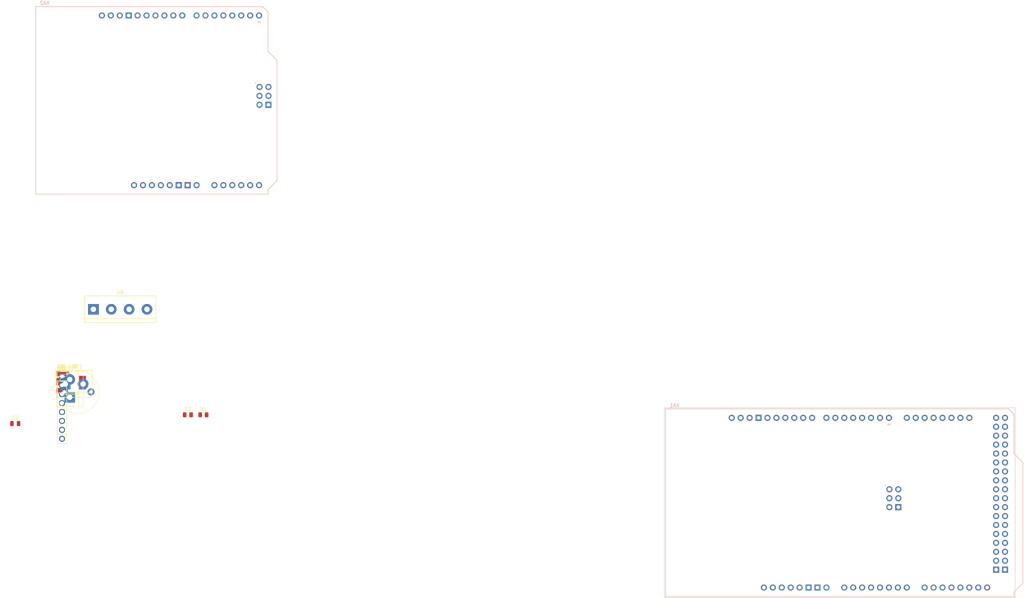
<source format=kicad_pcb>
(kicad_pcb (version 20211014) (generator pcbnew)
  (title_block (date "mar. 31 mars 2015"))
  (layers (0 "F.Cu" signal) (31 "B.Cu" signal) (34 "B.Paste" user) (35 "F.Paste" user) (36 "B.SilkS" user "B.Silkscreen") (37 "F.SilkS" user "F.Silkscreen") (38 "B.Mask" user) (39 "F.Mask" user) (44 "Edge.Cuts" user))
  (net 0 "")
  (net 1 "GND")
  (net 2 "+5V")
  (net 3 "V_BAT")
  (net 4 "V_BAT_MEAS")
  (net 16 "OLED_RST")
  (net 17 "Net-(D1-Pad1)")
  (net 18 "Net-(D1-Pad2)")
  (net 19 "+12V")
  (net 20 "I_MEAS")
  (net 31 "Net-(Q1-Pad2)")
  (net 32 "R_EN")
  (net 33 "R_FORWARD")
  (net 34 "R_REVERSE")
  (net 35 "L_EN")
  (net 36 "L_FORWARD")
  (net 37 "L_REVERSE")
  (net 38 "R_ENCODER_B")
  (net 39 "+3V3")
  (net 40 "I2C_SCL")
  (net 41 "I2C_SDA")
  (net 50 "R_ENCODER_A")
  (net 51 "L_ENCODER_B")
  (net 52 "L_ENCODER_A")
  (net 129 "Net-(D3-Pad2)")
  (net 131 "Net-(R12-Pad2)")
  (net 140 "HW_VERSION")
  (net 141 "RX")
  (net 142 "TX")
  (footprint "Connector_PinSocket_2.54mm:PinSocket_1x08_P2.54mm_Vertical" (layer "F.Cu") (at -66.79 59.8)
    (fp_text reference "U7" (at 0 -2.77) (layer "F.SilkS"))
    (fp_text value "MPU-6050_Module")
    (pad "1" thru_hole rect (at 0 0) (size 1.7 1.7) (drill 1) (layers *.Cu *.Mask) (net 39 "+3V3"))
    (pad "2" thru_hole oval (at 0 2.54) (size 1.7 1.7) (drill 1) (layers *.Cu *.Mask) (net 16 "OLED_RST"))
    (pad "3" thru_hole oval (at 0 5.08) (size 1.7 1.7) (drill 1) (layers *.Cu *.Mask) (net 40 "I2C_SCL"))
    (pad "4" thru_hole oval (at 0 7.62) (size 1.7 1.7) (drill 1) (layers *.Cu *.Mask) (net 41 "I2C_SDA"))
    (pad "5" thru_hole oval (at 0 10.16) (size 1.7 1.7) (drill 1) (layers *.Cu *.Mask))
    (pad "6" thru_hole oval (at 0 12.7) (size 1.7 1.7) (drill 1) (layers *.Cu *.Mask))
    (pad "7" thru_hole oval (at 0 15.24) (size 1.7 1.7) (drill 1) (layers *.Cu *.Mask))
    (pad "8" thru_hole oval (at 0 17.78) (size 1.7 1.7) (drill 1) (layers *.Cu *.Mask))
  )
  (footprint "Resistor_SMD:R_0805_2012Metric" (layer "F.Cu") (at -26.59 70.75)
    (fp_text reference "R1" (at 0 -1.65) (layer "F.SilkS"))
    (fp_text value "R")
    (pad "1" smd roundrect (at -0.9125 0) (size 1.025 1.4) (layers "F.Cu" "F.Paste" "F.Mask") (roundrect_rratio 0.243902))
    (pad "2" smd roundrect (at 0.9125 0) (size 1.025 1.4) (layers "F.Cu" "F.Paste" "F.Mask") (roundrect_rratio 0.243902))
  )
  (footprint "Resistor_SMD:R_0805_2012Metric" (layer "F.Cu") (at -66.91 58.95)
    (fp_text reference "R5" (at 0 -1.65) (layer "F.SilkS"))
    (fp_text value "9.1K")
    (pad "1" smd roundrect (at -0.9125 0) (size 1.025 1.4) (layers "F.Cu" "F.Paste" "F.Mask") (roundrect_rratio 0.243902) (net 3 "V_BAT"))
    (pad "2" smd roundrect (at 0.9125 0) (size 1.025 1.4) (layers "F.Cu" "F.Paste" "F.Mask") (roundrect_rratio 0.243902) (net 4 "V_BAT_MEAS"))
  )
  (footprint "Diode_SMD:D_0805_2012Metric" (layer "F.Cu") (at -66.87 58.995)
    (fp_text reference "D2" (at 0 -1.65) (layer "F.SilkS"))
    (fp_text value "4.7V")
    (pad "1" smd roundrect (at -0.9375 0) (size 0.975 1.4) (layers "F.Cu" "F.Paste" "F.Mask") (net 4 "V_BAT_MEAS"))
    (pad "2" smd roundrect (at 0.9375 0) (size 0.975 1.4) (layers "F.Cu" "F.Paste" "F.Mask") (net 16 "OLED_RST"))
  )
  (footprint "Connector_PinSocket_2.54mm:PinSocket_1x04_P2.54mm_Vertical" (layer "F.Cu") (at -66.79 59.8)
    (fp_text reference "J5" (at 0 -2.77) (layer "F.SilkS"))
    (fp_text value "RTC_I2C")
    (pad "1" thru_hole rect (at 0 0) (size 1.7 1.7) (drill 1) (layers *.Cu *.Mask) (net 40 "I2C_SCL"))
    (pad "2" thru_hole oval (at 0 2.54) (size 1.7 1.7) (drill 1) (layers *.Cu *.Mask) (net 41 "I2C_SDA"))
    (pad "3" thru_hole oval (at 0 5.08) (size 1.7 1.7) (drill 1) (layers *.Cu *.Mask))
    (pad "4" thru_hole oval (at 0 7.62) (size 1.7 1.7) (drill 1) (layers *.Cu *.Mask) (net 16 "OLED_RST"))
  )
  (footprint "Connector_PinSocket_2.54mm:PinSocket_1x04_P2.54mm_Vertical" (layer "F.Cu") (at -66.79 59.8)
    (fp_text reference "J2" (at 0 -2.77) (layer "F.SilkS"))
    (fp_text value "Conn_01x04")
    (pad "1" thru_hole rect (at 0 0) (size 1.7 1.7) (drill 1) (layers *.Cu *.Mask))
    (pad "2" thru_hole oval (at 0 2.54) (size 1.7 1.7) (drill 1) (layers *.Cu *.Mask))
    (pad "3" thru_hole oval (at 0 5.08) (size 1.7 1.7) (drill 1) (layers *.Cu *.Mask))
    (pad "4" thru_hole oval (at 0 7.62) (size 1.7 1.7) (drill 1) (layers *.Cu *.Mask))
  )
  (footprint "Resistor_SMD:R_0805_2012Metric" (layer "F.Cu") (at -66.91 58.95)
    (fp_text reference "R9" (at 0 -1.65) (layer "F.SilkS"))
    (fp_text value "R")
    (pad "1" smd roundrect (at -0.9125 0) (size 1.025 1.4) (layers "F.Cu" "F.Paste" "F.Mask") (roundrect_rratio 0.243902) (net 19 "+12V"))
    (pad "2" smd roundrect (at 0.9125 0) (size 1.025 1.4) (layers "F.Cu" "F.Paste" "F.Mask") (roundrect_rratio 0.243902) (net 129 "Net-(D3-Pad2)"))
  )
  (footprint "Resistor_SMD:R_0805_2012Metric" (layer "F.Cu") (at -66.91 58.95)
    (fp_text reference "R10" (at 0 -1.65) (layer "F.SilkS"))
    (fp_text value "10k")
    (pad "1" smd roundrect (at -0.9125 0) (size 1.025 1.4) (layers "F.Cu" "F.Paste" "F.Mask") (roundrect_rratio 0.243902) (net 39 "+3V3"))
    (pad "2" smd roundrect (at 0.9125 0) (size 1.025 1.4) (layers "F.Cu" "F.Paste" "F.Mask") (roundrect_rratio 0.243902) (net 41 "I2C_SDA"))
  )
  (footprint "Capacitor_SMD:C_0805_2012Metric" (layer "F.Cu") (at -66.89 58.98)
    (fp_text reference "C2" (at 0 -1.68) (layer "F.SilkS"))
    (fp_text value "100nF/10V")
    (pad "1" smd roundrect (at -0.95 0) (size 1 1.45) (layers "F.Cu" "F.Paste" "F.Mask") (net 4 "V_BAT_MEAS"))
    (pad "2" smd roundrect (at 0.95 0) (size 1 1.45) (layers "F.Cu" "F.Paste" "F.Mask") (net 16 "OLED_RST"))
  )
  (footprint "Capacitor_SMD:C_0805_2012Metric" (layer "F.Cu") (at -66.89 58.98)
    (fp_text reference "C1" (at 0 -1.68) (layer "F.SilkS"))
    (fp_text value "100nF/10V")
    (pad "1" smd roundrect (at -0.95 0) (size 1 1.45) (layers "F.Cu" "F.Paste" "F.Mask") (net 2 "+5V"))
    (pad "2" smd roundrect (at 0.95 0) (size 1 1.45) (layers "F.Cu" "F.Paste" "F.Mask") (net 16 "OLED_RST"))
  )
  (footprint "Arduino_Library:Arduino_Uno_Shield" (layer "F.Cu") (at -74.25 8)
    (fp_text reference "XA2" (at 2.54 -54.356) (layer "B.SilkS") (effects (justify mirror)))
    (fp_text value "Arduino_Uno_Shield")
    (fp_text user "." (at 62.484 -32.004) (layer "B.SilkS"))
    (fp_text user "D0" (at 63.5 -48.895 unlocked) (layer "B.SilkS") (effects (font (size 0.5 0.5) (thickness 0.075)) (justify mirror)))
    (fp_text user "D0" (at 63.5 -48.895 unlocked) (layer "F.SilkS") (effects (font (size 0.5 0.5) (thickness 0.075))))
    (fp_text user "." (at 62.484 -32.004) (layer "F.SilkS"))
    (pad "" np_thru_hole circle (at 66.04 -35.56) (size 3.2 3.2) (drill 3.2) (layers *.Cu *.Mask))
    (pad "" np_thru_hole circle (at 66.04 -7.62) (size 3.2 3.2) (drill 3.2) (layers *.Cu *.Mask))
    (pad "" np_thru_hole circle (at 13.97 -2.54) (size 3.2 3.2) (drill 3.2) (layers *.Cu *.Mask))
    (pad "" thru_hole oval (at 27.94 -2.54) (size 1.7272 1.7272) (drill 1.016) (layers *.Cu *.Mask))
    (pad "" np_thru_hole circle (at 15.24 -50.8) (size 3.2 3.2) (drill 3.2) (layers *.Cu *.Mask))
    (pad "3V3" thru_hole oval (at 35.56 -2.54) (size 1.7272 1.7272) (drill 1.016) (layers *.Cu *.Mask))
    (pad "5V1" thru_hole oval (at 38.1 -2.54) (size 1.7272 1.7272) (drill 1.016) (layers *.Cu *.Mask))
    (pad "5V2" thru_hole oval (at 66.167 -30.48) (size 1.7272 1.7272) (drill 1.016) (layers *.Cu *.Mask))
    (pad "A0" thru_hole oval (at 50.8 -2.54) (size 1.7272 1.7272) (drill 1.016) (layers *.Cu *.Mask))
    (pad "A1" thru_hole oval (at 53.34 -2.54) (size 1.7272 1.7272) (drill 1.016) (layers *.Cu *.Mask))
    (pad "A2" thru_hole oval (at 55.88 -2.54) (size 1.7272 1.7272) (drill 1.016) (layers *.Cu *.Mask))
    (pad "A3" thru_hole oval (at 58.42 -2.54) (size 1.7272 1.7272) (drill 1.016) (layers *.Cu *.Mask))
    (pad "A4" thru_hole oval (at 60.96 -2.54) (size 1.7272 1.7272) (drill 1.016) (layers *.Cu *.Mask))
    (pad "A5" thru_hole oval (at 63.5 -2.54) (size 1.7272 1.7272) (drill 1.016) (layers *.Cu *.Mask))
    (pad "AREF" thru_hole oval (at 23.876 -50.8) (size 1.7272 1.7272) (drill 1.016) (layers *.Cu *.Mask))
    (pad "D0" thru_hole oval (at 63.5 -50.8) (size 1.7272 1.7272) (drill 1.016) (layers *.Cu *.Mask))
    (pad "D1" thru_hole oval (at 60.96 -50.8) (size 1.7272 1.7272) (drill 1.016) (layers *.Cu *.Mask))
    (pad "D2" thru_hole oval (at 58.42 -50.8) (size 1.7272 1.7272) (drill 1.016) (layers *.Cu *.Mask))
    (pad "D3" thru_hole oval (at 55.88 -50.8) (size 1.7272 1.7272) (drill 1.016) (layers *.Cu *.Mask))
    (pad "D4" thru_hole oval (at 53.34 -50.8) (size 1.7272 1.7272) (drill 1.016) (layers *.Cu *.Mask))
    (pad "D5" thru_hole oval (at 50.8 -50.8) (size 1.7272 1.7272) (drill 1.016) (layers *.Cu *.Mask))
    (pad "D6" thru_hole oval (at 48.26 -50.8) (size 1.7272 1.7272) (drill 1.016) (layers *.Cu *.Mask))
    (pad "D7" thru_hole oval (at 45.72 -50.8) (size 1.7272 1.7272) (drill 1.016) (layers *.Cu *.Mask))
    (pad "D8" thru_hole oval (at 41.656 -50.8) (size 1.7272 1.7272) (drill 1.016) (layers *.Cu *.Mask))
    (pad "D9" thru_hole oval (at 39.116 -50.8) (size 1.7272 1.7272) (drill 1.016) (layers *.Cu *.Mask))
    (pad "D10" thru_hole oval (at 36.576 -50.8) (size 1.7272 1.7272) (drill 1.016) (layers *.Cu *.Mask))
    (pad "D11" thru_hole oval (at 34.036 -50.8) (size 1.7272 1.7272) (drill 1.016) (layers *.Cu *.Mask))
    (pad "D12" thru_hole oval (at 31.496 -50.8) (size 1.7272 1.7272) (drill 1.016) (layers *.Cu *.Mask))
    (pad "D13" thru_hole oval (at 28.956 -50.8) (size 1.7272 1.7272) (drill 1.016) (layers *.Cu *.Mask))
    (pad "GND1" thru_hole rect (at 26.416 -50.8) (size 1.7272 1.7272) (drill 1.016) (layers *.Cu *.Mask))
    (pad "GND2" thru_hole rect (at 40.64 -2.54) (size 1.7272 1.7272) (drill 1.016) (layers *.Cu *.Mask))
    (pad "GND3" thru_hole rect (at 43.18 -2.54) (size 1.7272 1.7272) (drill 1.016) (layers *.Cu *.Mask))
    (pad "GND4" thru_hole rect (at 66.167 -25.4) (size 1.7272 1.7272) (drill 1.016) (layers *.Cu *.Mask))
    (pad "IORF" thru_hole oval (at 30.48 -2.54) (size 1.7272 1.7272) (drill 1.016) (layers *.Cu *.Mask))
    (pad "MISO" thru_hole oval (at 63.627 -30.48) (size 1.7272 1.7272) (drill 1.016) (layers *.Cu *.Mask))
    (pad "MOSI" thru_hole oval (at 66.167 -27.94) (size 1.7272 1.7272) (drill 1.016) (layers *.Cu *.Mask))
    (pad "RST1" thru_hole oval (at 33.02 -2.54) (size 1.7272 1.7272) (drill 1.016) (layers *.Cu *.Mask))
    (pad "RST2" thru_hole oval (at 63.627 -25.4) (size 1.7272 1.7272) (drill 1.016) (layers *.Cu *.Mask))
    (pad "SCK" thru_hole oval (at 63.627 -27.94) (size 1.7272 1.7272) (drill 1.016) (layers *.Cu *.Mask))
    (pad "SCL" thru_hole oval (at 18.796 -50.8) (size 1.7272 1.7272) (drill 1.016) (layers *.Cu *.Mask))
    (pad "SDA" thru_hole oval (at 21.336 -50.8) (size 1.7272 1.7272) (drill 1.016) (layers *.Cu *.Mask))
    (pad "VIN" thru_hole oval (at 45.72 -2.54) (size 1.7272 1.7272) (drill 1.016) (layers *.Cu *.Mask))
  )
  (footprint "Resistor_SMD:R_0805_2012Metric" (layer "F.Cu") (at -66.91 58.95)
    (fp_text reference "R8" (at 0 -1.65) (layer "F.SilkS"))
    (fp_text value "33k")
    (pad "1" smd roundrect (at -0.9125 0) (size 1.025 1.4) (layers "F.Cu" "F.Paste" "F.Mask") (roundrect_rratio 0.243902) (net 20 "I_MEAS"))
    (pad "2" smd roundrect (at 0.9125 0) (size 1.025 1.4) (layers "F.Cu" "F.Paste" "F.Mask") (roundrect_rratio 0.243902) (net 16 "OLED_RST"))
  )
  (footprint "TerminalBlock:TerminalBlock_bornier-4_P5.08mm" (layer "F.Cu") (at -57.87 40.75)
    (fp_text reference "U5" (at 7.6 -4.8) (layer "F.SilkS"))
    (fp_text value "CPR_Encoder_L")
    (pad "1" thru_hole rect (at 0 0) (size 3 3) (drill 1.52) (layers *.Cu *.Mask) (net 2 "+5V"))
    (pad "2" thru_hole circle (at 5.08 0) (size 3 3) (drill 1.52) (layers *.Cu *.Mask) (net 16 "OLED_RST"))
    (pad "3" thru_hole circle (at 10.16 0) (size 3 3) (drill 1.52) (layers *.Cu *.Mask) (net 51 "L_ENCODER_B"))
    (pad "4" thru_hole circle (at 15.24 0) (size 3 3) (drill 1.52) (layers *.Cu *.Mask) (net 52 "L_ENCODER_A"))
  )
  (footprint "Capacitor_SMD:C_0805_2012Metric" (layer "F.Cu") (at -66.89 58.98)
    (fp_text reference "C7" (at 0 -1.68) (layer "F.SilkS"))
    (fp_text value "1uF")
    (pad "1" smd roundrect (at -0.95 0) (size 1 1.45) (layers "F.Cu" "F.Paste" "F.Mask"))
    (pad "2" smd roundrect (at 0.95 0) (size 1 1.45) (layers "F.Cu" "F.Paste" "F.Mask"))
  )
  (footprint "Package_TO_SOT_SMD:SOT-223" (layer "F.Cu") (at -64.19 61.6)
    (fp_text reference "U6" (at 0 -4.5) (layer "F.SilkS"))
    (fp_text value "uA7805")
    (pad "1" smd rect (at -3.15 -2.3) (size 2 1.5) (layers "F.Cu" "F.Paste" "F.Mask") (net 19 "+12V"))
    (pad "2" smd rect (at -3.15 0) (size 2 1.5) (layers "F.Cu" "F.Paste" "F.Mask") (net 16 "OLED_RST"))
    (pad "3" smd rect (at -3.15 2.3) (size 2 1.5) (layers "F.Cu" "F.Paste" "F.Mask") (net 2 "+5V"))
    (pad "4" smd rect (at 3.15 0) (size 2 3.8) (layers "F.Cu" "F.Paste" "F.Mask") (net 16 "OLED_RST"))
  )
  (footprint "LED_SMD:LED_0805_2012Metric" (layer "F.Cu") (at -66.87 58.995)
    (fp_text reference "D3" (at 0 -1.65) (layer "F.SilkS"))
    (fp_text value "LED")
    (pad "1" smd roundrect (at -0.9375 0) (size 0.975 1.4) (layers "F.Cu" "F.Paste" "F.Mask") (net 16 "OLED_RST"))
    (pad "2" smd roundrect (at 0.9375 0) (size 0.975 1.4) (layers "F.Cu" "F.Paste" "F.Mask") (net 129 "Net-(D3-Pad2)"))
  )
  (footprint "Arduino_Library:Arduino_Mega2560_Shield" (layer "F.Cu") (at 104.87 122.42)
    (fp_text reference "XA1" (at 2.54 -54.356) (layer "B.SilkS") (effects (justify mirror)))
    (fp_text value "Arduino_Mega2560_Shield")
    (fp_text user "D0" (at 63.5 -48.895 unlocked) (layer "B.SilkS") (effects (font (size 0.5 0.5) (thickness 0.075)) (justify mirror)))
    (fp_text user "." (at 62.484 -32.004) (layer "B.SilkS"))
    (fp_text user "." (at 62.484 -32.004) (layer "F.SilkS"))
    (fp_text user "D0" (at 63.5 -48.895 unlocked) (layer "F.SilkS") (effects (font (size 0.5 0.5) (thickness 0.075))))
    (pad "" thru_hole oval (at 27.94 -2.54) (size 1.7272 1.7272) (drill 1.016) (layers *.Cu *.Mask))
    (pad "3V3" thru_hole oval (at 35.56 -2.54) (size 1.7272 1.7272) (drill 1.016) (layers *.Cu *.Mask) (net 39 "+3V3"))
    (pad "5V1" thru_hole oval (at 38.1 -2.54) (size 1.7272 1.7272) (drill 1.016) (layers *.Cu *.Mask) (net 2 "+5V"))
    (pad "5V2" thru_hole oval (at 66.167 -30.48) (size 1.7272 1.7272) (drill 1.016) (layers *.Cu *.Mask))
    (pad "5V3" thru_hole oval (at 93.98 -50.8) (size 1.7272 1.7272) (drill 1.016) (layers *.Cu *.Mask))
    (pad "5V4" thru_hole oval (at 96.52 -50.8) (size 1.7272 1.7272) (drill 1.016) (layers *.Cu *.Mask))
    (pad "A0" thru_hole oval (at 50.8 -2.54) (size 1.7272 1.7272) (drill 1.016) (layers *.Cu *.Mask))
    (pad "A1" thru_hole oval (at 53.34 -2.54) (size 1.7272 1.7272) (drill 1.016) (layers *.Cu *.Mask) (net 4 "V_BAT_MEAS"))
    (pad "A2" thru_hole oval (at 55.88 -2.54) (size 1.7272 1.7272) (drill 1.016) (layers *.Cu *.Mask) (net 20 "I_MEAS"))
    (pad "A3" thru_hole oval (at 58.42 -2.54) (size 1.7272 1.7272) (drill 1.016) (layers *.Cu *.Mask) (net 140 "HW_VERSION"))
    (pad "A4" thru_hole oval (at 60.96 -2.54) (size 1.7272 1.7272) (drill 1.016) (layers *.Cu *.Mask))
    (pad "A5" thru_hole oval (at 63.5 -2.54) (size 1.7272 1.7272) (drill 1.016) (layers *.Cu *.Mask))
    (pad "A6" thru_hole oval (at 66.04 -2.54) (size 1.7272 1.7272) (drill 1.016) (layers *.Cu *.Mask))
    (pad "A7" thru_hole oval (at 68.58 -2.54) (size 1.7272 1.7272) (drill 1.016) (layers *.Cu *.Mask))
    (pad "A8" thru_hole oval (at 73.66 -2.54) (size 1.7272 1.7272) (drill 1.016) (layers *.Cu *.Mask))
    (pad "A9" thru_hole oval (at 76.2 -2.54) (size 1.7272 1.7272) (drill 1.016) (layers *.Cu *.Mask))
    (pad "A10" thru_hole oval (at 78.74 -2.54) (size 1.7272 1.7272) (drill 1.016) (layers *.Cu *.Mask))
    (pad "A11" thru_hole oval (at 81.28 -2.54) (size 1.7272 1.7272) (drill 1.016) (layers *.Cu *.Mask))
    (pad "A12" thru_hole oval (at 83.82 -2.54) (size 1.7272 1.7272) (drill 1.016) (layers *.Cu *.Mask))
    (pad "A13" thru_hole oval (at 86.36 -2.54) (size 1.7272 1.7272) (drill 1.016) (layers *.Cu *.Mask))
    (pad "A14" thru_hole oval (at 88.9 -2.54) (size 1.7272 1.7272) (drill 1.016) (layers *.Cu *.Mask))
    (pad "A15" thru_hole oval (at 91.44 -2.54) (size 1.7272 1.7272) (drill 1.016) (layers *.Cu *.Mask))
    (pad "AREF" thru_hole oval (at 23.876 -50.8) (size 1.7272 1.7272) (drill 1.016) (layers *.Cu *.Mask))
    (pad "D0" thru_hole oval (at 63.5 -50.8) (size 1.7272 1.7272) (drill 1.016) (layers *.Cu *.Mask) (net 141 "RX"))
    (pad "D1" thru_hole oval (at 60.96 -50.8) (size 1.7272 1.7272) (drill 1.016) (layers *.Cu *.Mask) (net 142 "TX"))
    (pad "D2" thru_hole oval (at 58.42 -50.8) (size 1.7272 1.7272) (drill 1.016) (layers *.Cu *.Mask))
    (pad "D3" thru_hole oval (at 55.88 -50.8) (size 1.7272 1.7272) (drill 1.016) (layers *.Cu *.Mask))
    (pad "D4" thru_hole oval (at 53.34 -50.8) (size 1.7272 1.7272) (drill 1.016) (layers *.Cu *.Mask))
    (pad "D5" thru_hole oval (at 50.8 -50.8) (size 1.7272 1.7272) (drill 1.016) (layers *.Cu *.Mask))
    (pad "D6" thru_hole oval (at 48.26 -50.8) (size 1.7272 1.7272) (drill 1.016) (layers *.Cu *.Mask))
    (pad "D7" thru_hole oval (at 45.72 -50.8) (size 1.7272 1.7272) (drill 1.016) (layers *.Cu *.Mask))
    (pad "D8" thru_hole oval (at 41.656 -50.8) (size 1.7272 1.7272) (drill 1.016) (layers *.Cu *.Mask))
    (pad "D9" thru_hole oval (at 39.116 -50.8) (size 1.7272 1.7272) (drill 1.016) (layers *.Cu *.Mask))
    (pad "D10" thru_hole oval (at 36.576 -50.8) (size 1.7272 1.7272) (drill 1.016) (layers *.Cu *.Mask))
    (pad "D11" thru_hole oval (at 34.036 -50.8) (size 1.7272 1.7272) (drill 1.016) (layers *.Cu *.Mask))
    (pad "D12" thru_hole oval (at 31.496 -50.8) (size 1.7272 1.7272) (drill 1.016) (layers *.Cu *.Mask))
    (pad "D13" thru_hole oval (at 28.956 -50.8) (size 1.7272 1.7272) (drill 1.016) (layers *.Cu *.Mask))
    (pad "D14" thru_hole oval (at 68.58 -50.8) (size 1.7272 1.7272) (drill 1.016) (layers *.Cu *.Mask))
    (pad "D15" thru_hole oval (at 71.12 -50.8) (size 1.7272 1.7272) (drill 1.016) (layers *.Cu *.Mask))
    (pad "D16" thru_hole oval (at 73.66 -50.8) (size 1.7272 1.7272) (drill 1.016) (layers *.Cu *.Mask))
    (pad "D17" thru_hole oval (at 76.2 -50.8) (size 1.7272 1.7272) (drill 1.016) (layers *.Cu *.Mask))
    (pad "D18" thru_hole oval (at 78.74 -50.8) (size 1.7272 1.7272) (drill 1.016) (layers *.Cu *.Mask))
    (pad "D19" thru_hole oval (at 81.28 -50.8) (size 1.7272 1.7272) (drill 1.016) (layers *.Cu *.Mask))
    (pad "D20" thru_hole oval (at 83.82 -50.8) (size 1.7272 1.7272) (drill 1.016) (layers *.Cu *.Mask))
    (pad "D21" thru_hole oval (at 86.36 -50.8) (size 1.7272 1.7272) (drill 1.016) (layers *.Cu *.Mask))
    (pad "D22" thru_hole oval (at 93.98 -48.26) (size 1.7272 1.7272) (drill 1.016) (layers *.Cu *.Mask))
    (pad "D23" thru_hole oval (at 96.52 -48.26) (size 1.7272 1.7272) (drill 1.016) (layers *.Cu *.Mask))
    (pad "D24" thru_hole oval (at 93.98 -45.72) (size 1.7272 1.7272) (drill 1.016) (layers *.Cu *.Mask))
    (pad "D25" thru_hole oval (at 96.52 -45.72) (size 1.7272 1.7272) (drill 1.016) (layers *.Cu *.Mask))
    (pad "D26" thru_hole oval (at 93.98 -43.18) (size 1.7272 1.7272) (drill 1.016) (layers *.Cu *.Mask))
    (pad "D27" thru_hole oval (at 96.52 -43.18) (size 1.7272 1.7272) (drill 1.016) (layers *.Cu *.Mask))
    (pad "D28" thru_hole oval (at 93.98 -40.64) (size 1.7272 1.7272) (drill 1.016) (layers *.Cu *.Mask))
    (pad "D29" thru_hole oval (at 96.52 -40.64) (size 1.7272 1.7272) (drill 1.016) (layers *.Cu *.Mask))
    (pad "D30" thru_hole oval (at 93.98 -38.1) (size 1.7272 1.7272) (drill 1.016) (layers *.Cu *.Mask))
    (pad "D31" thru_hole oval (at 96.52 -38.1) (size 1.7272 1.7272) (drill 1.016) (layers *.Cu *.Mask))
    (pad "D32" thru_hole oval (at 93.98 -35.56) (size 1.7272 1.7272) (drill 1.016) (layers *.Cu *.Mask))
    (pad "D33" thru_hole oval (at 96.52 -35.56) (size 1.7272 1.7272) (drill 1.016) (layers *.Cu *.Mask))
    (pad "D34" thru_hole oval (at 93.98 -33.02) (size 1.7272 1.7272) (drill 1.016) (layers *.Cu *.Mask))
    (pad "D35" thru_hole oval (at 96.52 -33.02) (size 1.7272 1.7272) (drill 1.016) (layers *.Cu *.Mask))
    (pad "D36" thru_hole oval (at 93.98 -30.48) (size 1.7272 1.7272) (drill 1.016) (layers *.Cu *.Mask))
    (pad "D37" thru_hole oval (at 96.52 -30.48) (size 1.7272 1.7272) (drill 1.016) (layers *.Cu *.Mask))
    (pad "D38" thru_hole oval (at 93.98 -27.94) (size 1.7272 1.7272) (drill 1.016) (layers *.Cu *.Mask))
    (pad "D39" thru_hole oval (at 96.52 -27.94) (size 1.7272 1.7272) (drill 1.016) (layers *.Cu *.Mask))
    (pad "D40" thru_hole oval (at 93.98 -25.4) (size 1.7272 1.7272) (drill 1.016) (layers *.Cu *.Mask))
    (pad "D41" thru_hole oval (at 96.52 -25.4) (size 1.7272 1.7272) (drill 1.016) (layers *.Cu *.Mask))
    (pad "D42" thru_hole oval (at 93.98 -22.86) (size 1.7272 1.7272) (drill 1.016) (layers *.Cu *.Mask))
    (pad "D43" thru_hole oval (at 96.52 -22.86) (size 1.7272 1.7272) (drill 1.016) (layers *.Cu *.Mask))
    (pad "D44" thru_hole oval (at 93.98 -20.32) (size 1.7272 1.7272) (drill 1.016) (layers *.Cu *.Mask))
    (pad "D45" thru_hole oval (at 96.52 -20.32) (size 1.7272 1.7272) (drill 1.016) (layers *.Cu *.Mask))
    (pad "D46" thru_hole oval (at 93.98 -17.78) (size 1.7272 1.7272) (drill 1.016) (layers *.Cu *.Mask))
    (pad "D47" thru_hole oval (at 96.52 -17.78) (size 1.7272 1.7272) (drill 1.016) (layers *.Cu *.Mask))
    (pad "D48" thru_hole oval (at 93.98 -15.24) (size 1.7272 1.7272) (drill 1.016) (layers *.Cu *.Mask))
    (pad "D49" thru_hole oval (at 96.52 -15.24) (size 1.7272 1.7272) (drill 1.016) (layers *.Cu *.Mask))
    (pad "D50" thru_hole oval (at 93.98 -12.7) (size 1.7272 1.7272) (drill 1.016) (layers *.Cu *.Mask))
    (pad "D51" thru_hole oval (at 96.52 -12.7) (size 1.7272 1.7272) (drill 1.016) (layers *.Cu *.Mask))
    (pad "D52" thru_hole oval (at 93.98 -10.16) (size 1.7272 1.7272) (drill 1.016) (layers *.Cu *.Mask))
    (pad "D53" thru_hole oval (at 96.52 -10.16) (size 1.7272 1.7272) (drill 1.016) (layers *.Cu *.Mask))
    (pad "GND1" thru_hole rect (at 26.416 -50.8) (size 1.7272 1.7272) (drill 1.016) (layers *.Cu *.Mask) (net 16 "OLED_RST"))
    (pad "GND2" thru_hole rect (at 40.64 -2.54) (size 1.7272 1.7272) (drill 1.016) (layers *.Cu *.Mask) (net 16 "OLED_RST"))
    (pad "GND3" thru_hole rect (at 43.18 -2.54) (size 1.7272 1.7272) (drill 1.016) (layers *.Cu *.Mask) (net 16 "OLED_RST"))
    (pad "GND4" thru_hole rect (at 66.167 -25.4) (size 1.7272 1.7272) (drill 1.016) (layers *.Cu *.Mask))
    (pad "GND5" thru_hole rect (at 93.98 -7.62) (size 1.7272 1.7272) (drill 1.016) (layers *.Cu *.Mask) (net 16 "OLED_RST"))
    (pad "GND6" thru_hole rect (at 96.52 -7.62) (size 1.7272 1.7272) (drill 1.016) (layers *.Cu *.Mask) (net 16 "OLED_RST"))
    (pad "IORF" thru_hole oval (at 30.48 -2.54) (size 1.7272 1.7272) (drill 1.016) (layers *.Cu *.Mask))
    (pad "MISO" thru_hole oval (at 63.627 -30.48) (size 1.7272 1.7272) (drill 1.016) (layers *.Cu *.Mask))
    (pad "MOSI" thru_hole oval (at 66.167 -27.94) (size 1.7272 1.7272) (drill 1.016) (layers *.Cu *.Mask))
    (pad "RST1" thru_hole oval (at 33.02 -2.54) (size 1.7272 1.7272) (drill 1.016) (layers *.Cu *.Mask))
    (pad "RST2" thru_hole oval (at 63.627 -25.4) (size 1.7272 1.7272) (drill 1.016) (layers *.Cu *.Mask))
    (pad "SCK" thru_hole oval (at 63.627 -27.94) (size 1.7272 1.7272) (drill 1.016) (layers *.Cu *.Mask))
    (pad "SCL" thru_hole oval (at 18.796 -50.8) (size 1.7272 1.7272) (drill 1.016) (layers *.Cu *.Mask) (net 40 "I2C_SCL"))
    (pad "SDA" thru_hole oval (at 21.336 -50.8) (size 1.7272 1.7272) (drill 1.016) (layers *.Cu *.Mask) (net 41 "I2C_SDA"))
    (pad "VIN" thru_hole oval (at 45.72 -2.54) (size 1.7272 1.7272) (drill 1.016) (layers *.Cu *.Mask) (net 131 "Net-(R12-Pad2)"))
  )
  (footprint "TerminalBlock:TerminalBlock_bornier-2_P5.08mm" (layer "F.Cu") (at -65.88 62)
    (fp_text reference "J3" (at 2.54 -5.08) (layer "F.SilkS"))
    (fp_text value "L_POWER")
    (pad "1" thru_hole rect (at 0 0) (size 3 3) (drill 1.52) (layers *.Cu *.Mask) (net 19 "+12V"))
    (pad "2" thru_hole circle (at 5.08 0) (size 3 3) (drill 1.52) (layers *.Cu *.Mask) (net 16 "OLED_RST"))
  )
  (footprint "Resistor_SMD:R_0805_2012Metric" (layer "F.Cu") (at -66.91 58.95)
    (fp_text reference "R3" (at 0 -1.65) (layer "F.SilkS"))
    (fp_text value "0R NI")
    (pad "1" smd roundrect (at -0.9125 0) (size 1.025 1.4) (layers "F.Cu" "F.Paste" "F.Mask") (roundrect_rratio 0.243902) (net 31 "Net-(Q1-Pad2)"))
    (pad "2" smd roundrect (at 0.9125 0) (size 1.025 1.4) (layers "F.Cu" "F.Paste" "F.Mask") (roundrect_rratio 0.243902) (net 17 "Net-(D1-Pad1)"))
  )
  (footprint "Capacitor_SMD:C_0805_2012Metric" (layer "F.Cu") (at -66.89 58.98)
    (fp_text reference "C6" (at 0 -1.68) (layer "F.SilkS"))
    (fp_text value "1uF")
    (pad "1" smd roundrect (at -0.95 0) (size 1 1.45) (layers "F.Cu" "F.Paste" "F.Mask"))
    (pad "2" smd roundrect (at 0.95 0) (size 1 1.45) (layers "F.Cu" "F.Paste" "F.Mask"))
  )
  (footprint "Connector_PinHeader_2.54mm:PinHeader_1x07_P2.54mm_Vertical" (layer "F.Cu") (at -66.79 59.8)
    (fp_text reference "U2" (at 0 -2.33) (layer "F.SilkS"))
    (fp_text value "TBOT_Motor_Driver_L")
    (pad "1" thru_hole rect (at 0 0) (size 1.7 1.7) (drill 1) (layers *.Cu *.Mask))
    (pad "2" thru_hole oval (at 0 2.54) (size 1.7 1.7) (drill 1) (layers *.Cu *.Mask) (net 16 "OLED_RST"))
    (pad "3" thru_hole oval (at 0 5.08) (size 1.7 1.7) (drill 1) (layers *.Cu *.Mask) (net 35 "L_EN"))
    (pad "4" thru_hole oval (at 0 7.62) (size 1.7 1.7) (drill 1) (layers *.Cu *.Mask) (net 36 "L_FORWARD"))
    (pad "5" thru_hole oval (at 0 10.16) (size 1.7 1.7) (drill 1) (layers *.Cu *.Mask) (net 37 "L_REVERSE"))
    (pad "6" thru_hole oval (at 0 12.7) (size 1.7 1.7) (drill 1) (layers *.Cu *.Mask))
    (pad "7" thru_hole oval (at 0 15.24) (size 1.7 1.7) (drill 1) (layers *.Cu *.Mask))
  )
  (footprint "Connector_PinSocket_2.54mm:PinSocket_1x04_P2.54mm_Vertical" (layer "F.Cu") (at -66.79 59.8)
    (fp_text reference "J6" (at 0 -2.77) (layer "F.SilkS"))
    (fp_text value "GP_I2C")
    (pad "1" thru_hole rect (at 0 0) (size 1.7 1.7) (drill 1) (layers *.Cu *.Mask) (net 39 "+3V3"))
    (pad "2" thru_hole oval (at 0 2.54) (size 1.7 1.7) (drill 1) (layers *.Cu *.Mask) (net 16 "OLED_RST"))
    (pad "3" thru_hole oval (at 0 5.08) (size 1.7 1.7) (drill 1) (layers *.Cu *.Mask) (net 40 "I2C_SCL"))
    (pad "4" thru_hole oval (at 0 7.62) (size 1.7 1.7) (drill 1) (layers *.Cu *.Mask) (net 41 "I2C_SDA"))
  )
  (footprint "Resistor_SMD:R_0805_2012Metric" (layer "F.Cu") (at -66.91 58.95)
    (fp_text reference "R6" (at 0 -1.65) (layer "F.SilkS"))
    (fp_text value "3.6K")
    (pad "1" smd roundrect (at -0.9125 0) (size 1.025 1.4) (layers "F.Cu" "F.Paste" "F.Mask") (roundrect_rratio 0.243902) (net 4 "V_BAT_MEAS"))
    (pad "2" smd roundrect (at 0.9125 0) (size 1.025 1.4) (layers "F.Cu" "F.Paste" "F.Mask") (roundrect_rratio 0.243902) (net 16 "OLED_RST"))
  )
  (footprint "Resistor_SMD:R_0805_2012Metric" (layer "F.Cu") (at -66.91 58.95)
    (fp_text reference "R7" (at 0 -1.65) (layer "F.SilkS"))
    (fp_text value "0.01R")
    (pad "1" smd roundrect (at -0.9125 0) (size 1.025 1.4) (layers "F.Cu" "F.Paste" "F.Mask") (roundrect_rratio 0.243902) (net 17 "Net-(D1-Pad1)"))
    (pad "2" smd roundrect (at 0.9125 0) (size 1.025 1.4) (layers "F.Cu" "F.Paste" "F.Mask") (roundrect_rratio 0.243902) (net 19 "+12V"))
  )
  (footprint "Capacitor_SMD:C_0805_2012Metric" (layer "F.Cu") (at -66.89 58.98)
    (fp_text reference "C3" (at 0 -1.68) (layer "F.SilkS"))
    (fp_text value "10uF/20V")
    (pad "1" smd roundrect (at -0.95 0) (size 1 1.45) (layers "F.Cu" "F.Paste" "F.Mask") (net 19 "+12V"))
    (pad "2" smd roundrect (at 0.95 0) (size 1 1.45) (layers "F.Cu" "F.Paste" "F.Mask") (net 16 "OLED_RST"))
  )
  (footprint "Capacitor_SMD:C_0805_2012Metric" (layer "F.Cu") (at -66.89 58.98)
    (fp_text reference "C4" (at 0 -1.68) (layer "F.SilkS"))
    (fp_text value "0.33uF/20V")
    (pad "1" smd roundrect (at -0.95 0) (size 1 1.45) (layers "F.Cu" "F.Paste" "F.Mask") (net 19 "+12V"))
    (pad "2" smd roundrect (at 0.95 0) (size 1 1.45) (layers "F.Cu" "F.Paste" "F.Mask") (net 16 "OLED_RST"))
  )
  (footprint "Resistor_SMD:R_0805_2012Metric" (layer "F.Cu") (at -31 70.75)
    (fp_text reference "R2" (at 0 -1.65) (layer "F.SilkS"))
    (fp_text value "R")
    (pad "1" smd roundrect (at -0.9125 0) (size 1.025 1.4) (layers "F.Cu" "F.Paste" "F.Mask") (roundrect_rratio 0.243902))
    (pad "2" smd roundrect (at 0.9125 0) (size 1.025 1.4) (layers "F.Cu" "F.Paste" "F.Mask") (roundrect_rratio 0.243902))
  )
  (footprint "Resistor_SMD:R_0805_2012Metric" (layer "F.Cu") (at -66.91 58.95)
    (fp_text reference "R12" (at 0 -1.65) (layer "F.SilkS"))
    (fp_text value "0R NI")
    (pad "1" smd roundrect (at -0.9125 0) (size 1.025 1.4) (layers "F.Cu" "F.Paste" "F.Mask") (roundrect_rratio 0.243902) (net 19 "+12V"))
    (pad "2" smd roundrect (at 0.9125 0) (size 1.025 1.4) (layers "F.Cu" "F.Paste" "F.Mask") (roundrect_rratio 0.243902) (net 131 "Net-(R12-Pad2)"))
  )
  (footprint "Resistor_SMD:R_0805_2012Metric" (layer "F.Cu") (at -66.91 58.95)
    (fp_text reference "R5" (at 0 -1.65) (layer "F.SilkS"))
    (fp_text value "10k")
    (pad "1" smd roundrect (at -0.9125 0) (size 1.025 1.4) (layers "F.Cu" "F.Paste" "F.Mask") (roundrect_rratio 0.243902))
    (pad "2" smd roundrect (at 0.9125 0) (size 1.025 1.4) (layers "F.Cu" "F.Paste" "F.Mask") (roundrect_rratio 0.243902))
  )
  (footprint "Connector_PinSocket_2.54mm:PinSocket_1x08_P2.54mm_Vertical" (layer "F.Cu") (at -66.79 59.8)
    (fp_text reference "U1" (at 0 -2.77) (layer "F.SilkS"))
    (fp_text value "MPU-6050_Module")
    (pad "1" thru_hole rect (at 0 0) (size 1.7 1.7) (drill 1) (layers *.Cu *.Mask))
    (pad "2" thru_hole oval (at 0 2.54) (size 1.7 1.7) (drill 1) (layers *.Cu *.Mask))
    (pad "3" thru_hole oval (at 0 5.08) (size 1.7 1.7) (drill 1) (layers *.Cu *.Mask))
    (pad "4" thru_hole oval (at 0 7.62) (size 1.7 1.7) (drill 1) (layers *.Cu *.Mask))
    (pad "5" thru_hole oval (at 0 10.16) (size 1.7 1.7) (drill 1) (layers *.Cu *.Mask))
    (pad "6" thru_hole oval (at 0 12.7) (size 1.7 1.7) (drill 1) (layers *.Cu *.Mask))
    (pad "7" thru_hole oval (at 0 15.24) (size 1.7 1.7) (drill 1) (layers *.Cu *.Mask))
    (pad "8" thru_hole oval (at 0 17.78) (size 1.7 1.7) (drill 1) (layers *.Cu *.Mask))
  )
  (footprint "Buzzer_Beeper:Buzzer_12x9.5RM7.6" (layer "F.Cu") (at -66.14 64.25)
    (fp_text reference "BZ1" (at 3.8 -7.2) (layer "F.SilkS"))
    (fp_text value "Buzzer")
    (fp_text user "+" (at -0.01 -2.54) (layer "F.SilkS"))
    (pad "1" thru_hole rect (at 0 0) (size 2 2) (drill 1) (layers *.Cu *.Mask))
    (pad "2" thru_hole circle (at 7.6 0) (size 2 2) (drill 1) (layers *.Cu *.Mask))
  )
  (footprint "Resistor_SMD:R_0805_2012Metric" (layer "F.Cu") (at -66.91 58.95)
    (fp_text reference "R11" (at 0 -1.65) (layer "F.SilkS"))
    (fp_text value "10k")
    (pad "1" smd roundrect (at -0.9125 0) (size 1.025 1.4) (layers "F.Cu" "F.Paste" "F.Mask") (roundrect_rratio 0.243902) (net 39 "+3V3"))
    (pad "2" smd roundrect (at 0.9125 0) (size 1.025 1.4) (layers "F.Cu" "F.Paste" "F.Mask") (roundrect_rratio 0.243902) (net 40 "I2C_SCL"))
  )
  (footprint "Package_TO_SOT_SMD:SOT-223-3_TabPin2" (layer "F.Cu") (at -64.19 61.6)
    (fp_text reference "Q1" (at 0 -4.5) (layer "F.SilkS"))
    (fp_text value "ZXMP3A16G")
    (pad "1" smd rect (at -3.15 -2.3) (size 2 1.5) (layers "F.Cu" "F.Paste" "F.Mask") (net 18 "Net-(D1-Pad2)"))
    (pad "2" smd rect (at 3.15 0) (size 2 3.8) (layers "F.Cu" "F.Paste" "F.Mask") (net 31 "Net-(Q1-Pad2)"))
    (pad "2" smd rect (at -3.15 0) (size 2 1.5) (layers "F.Cu" "F.Paste" "F.Mask") (net 31 "Net-(Q1-Pad2)"))
    (pad "3" smd rect (at -3.15 2.3) (size 2 1.5) (layers "F.Cu" "F.Paste" "F.Mask") (net 17 "Net-(D1-Pad1)"))
  )
  (footprint "Capacitor_SMD:C_0805_2012Metric" (layer "F.Cu") (at -80.09 73.25)
    (fp_text reference "C6" (at 0 -1.68) (layer "F.SilkS"))
    (fp_text value "100nF/20V")
    (pad "1" smd roundrect (at -0.95 0) (size 1 1.45) (layers "F.Cu" "F.Paste" "F.Mask") (net 19 "+12V"))
    (pad "2" smd roundrect (at 0.95 0) (size 1 1.45) (layers "F.Cu" "F.Paste" "F.Mask") (net 16 "OLED_RST"))
  )
  (footprint "TerminalBlock:TerminalBlock_bornier-2_P5.08mm" (layer "F.Cu") (at -65.88 62)
    (fp_text reference "J2" (at 2.54 -5.08) (layer "F.SilkS"))
    (fp_text value "R_POWER")
    (pad "1" thru_hole rect (at 0 0) (size 3 3) (drill 1.52) (layers *.Cu *.Mask) (net 19 "+12V"))
    (pad "2" thru_hole circle (at 5.08 0) (size 3 3) (drill 1.52) (layers *.Cu *.Mask) (net 16 "OLED_RST"))
  )
  (footprint "Resistor_SMD:R_0805_2012Metric" (layer "F.Cu") (at -66.91 58.95)
    (fp_text reference "R4" (at 0 -1.65) (layer "F.SilkS"))
    (fp_text value "100K")
    (pad "1" smd roundrect (at -0.9125 0) (size 1.025 1.4) (layers "F.Cu" "F.Paste" "F.Mask") (roundrect_rratio 0.243902) (net 18 "Net-(D1-Pad2)"))
    (pad "2" smd roundrect (at 0.9125 0) (size 1.025 1.4) (layers "F.Cu" "F.Paste" "F.Mask") (roundrect_rratio 0.243902) (net 16 "OLED_RST"))
  )
  (footprint "Capacitor_SMD:C_0805_2012Metric" (layer "F.Cu") (at -66.89 58.98)
    (fp_text reference "C5" (at 0 -1.68) (layer "F.SilkS"))
    (fp_text value "0.1uF/10V")
    (pad "1" smd roundrect (at -0.95 0) (size 1 1.45) (layers "F.Cu" "F.Paste" "F.Mask") (net 2 "+5V"))
    (pad "2" smd roundrect (at 0.95 0) (size 1 1.45) (layers "F.Cu" "F.Paste" "F.Mask") (net 16 "OLED_RST"))
  )
  (footprint "Connector_PinHeader_2.54mm:PinHeader_1x07_P2.54mm_Vertical" (layer "F.Cu") (at -66.79 59.8)
    (fp_text reference "U1" (at 0 -2.33) (layer "F.SilkS"))
    (fp_text value "TBOT_Motor_Driver_R")
    (pad "1" thru_hole rect (at 0 0) (size 1.7 1.7) (drill 1) (layers *.Cu *.Mask))
    (pad "2" thru_hole oval (at 0 2.54) (size 1.7 1.7) (drill 1) (layers *.Cu *.Mask) (net 16 "OLED_RST"))
    (pad "3" thru_hole oval (at 0 5.08) (size 1.7 1.7) (drill 1) (layers *.Cu *.Mask) (net 32 "R_EN"))
    (pad "4" thru_hole oval (at 0 7.62) (size 1.7 1.7) (drill 1) (layers *.Cu *.Mask) (net 33 "R_FORWARD"))
    (pad "5" thru_hole oval (at 0 10.16) (size 1.7 1.7) (drill 1) (layers *.Cu *.Mask) (net 34 "R_REVERSE"))
    (pad "6" thru_hole oval (at 0 12.7) (size 1.7 1.7) (drill 1) (layers *.Cu *.Mask))
    (pad "7" thru_hole oval (at 0 15.24) (size 1.7 1.7) (drill 1) (layers *.Cu *.Mask))
  )
  (footprint "Capacitor_SMD:C_0805_2012Metric" (layer "F.Cu") (at -66.89 58.98)
    (fp_text reference "C11" (at 0 -1.68) (layer "F.SilkS"))
    (fp_text value "100nF/10V")
    (pad "1" smd roundrect (at -0.95 0) (size 1 1.45) (layers "F.Cu" "F.Paste" "F.Mask") (net 39 "+3V3"))
    (pad "2" smd roundrect (at 0.95 0) (size 1 1.45) (layers "F.Cu" "F.Paste" "F.Mask") (net 1 "GND"))
  )
  (footprint "Connector_PinSocket_2.54mm:PinSocket_1x05_P2.54mm_Vertical" (layer "F.Cu") (at -66.79 59.8)
    (fp_text reference "J4" (at 0 -2.77) (layer "F.SilkS"))
    (fp_text value "OLED_I2C")
    (pad "1" thru_hole rect (at 0 0) (size 1.7 1.7) (drill 1) (layers *.Cu *.Mask) (net 39 "+3V3"))
    (pad "2" thru_hole oval (at 0 2.54) (size 1.7 1.7) (drill 1) (layers *.Cu *.Mask) (net 16 "OLED_RST"))
    (pad "3" thru_hole oval (at 0 5.08) (size 1.7 1.7) (drill 1) (layers *.Cu *.Mask) (net 40 "I2C_SCL"))
    (pad "4" thru_hole oval (at 0 7.62) (size 1.7 1.7) (drill 1) (layers *.Cu *.Mask) (net 41 "I2C_SDA"))
    (pad "5" thru_hole oval (at 0 10.16) (size 1.7 1.7) (drill 1) (layers *.Cu *.Mask) (net 16 "OLED_RST"))
  )
  (footprint "TerminalBlock:TerminalBlock_bornier-4_P5.08mm" (layer "F.Cu") (at -57.87 40.75)
    (fp_text reference "U4" (at 7.6 -4.8) (layer "F.SilkS"))
    (fp_text value "CPR_Encoder_R")
    (pad "1" thru_hole rect (at 0 0) (size 3 3) (drill 1.52) (layers *.Cu *.Mask) (net 2 "+5V"))
    (pad "2" thru_hole circle (at 5.08 0) (size 3 3) (drill 1.52) (layers *.Cu *.Mask) (net 16 "OLED_RST"))
    (pad "3" thru_hole circle (at 10.16 0) (size 3 3) (drill 1.52) (layers *.Cu *.Mask) (net 38 "R_ENCODER_B"))
    (pad "4" thru_hole circle (at 15.24 0) (size 3 3) (drill 1.52) (layers *.Cu *.Mask) (net 50 "R_ENCODER_A"))
  )
  (footprint "Capacitor_SMD:C_0805_2012Metric" (layer "F.Cu") (at -66.89 58.98)
    (fp_text reference "C7" (at 0 -1.68) (layer "F.SilkS"))
    (fp_text value "100nF/10V")
    (pad "1" smd roundrect (at -0.95 0) (size 1 1.45) (layers "F.Cu" "F.Paste" "F.Mask") (net 2 "+5V"))
    (pad "2" smd roundrect (at 0.95 0) (size 1 1.45) (layers "F.Cu" "F.Paste" "F.Mask") (net 16 "OLED_RST"))
  )
  (footprint "Capacitor_SMD:C_0805_2012Metric" (layer "F.Cu") (at -66.89 58.98)
    (fp_text reference "C9" (at 0 -1.68) (layer "F.SilkS"))
    (fp_text value "1uF")
    (pad "1" smd roundrect (at -0.95 0) (size 1 1.45) (layers "F.Cu" "F.Paste" "F.Mask"))
    (pad "2" smd roundrect (at 0.95 0) (size 1 1.45) (layers "F.Cu" "F.Paste" "F.Mask"))
  )
  (footprint "TerminalBlock:TerminalBlock_bornier-2_P5.08mm" (layer "F.Cu") (at -64.59 65.79 90)
    (fp_text reference "J1" (at 2.54 -5.08 90) (layer "F.SilkS"))
    (fp_text value "BATTERY")
    (pad "1" thru_hole rect (at 0 0 90) (size 3 3) (drill 1.52) (layers *.Cu *.Mask) (net 3 "V_BAT"))
    (pad "2" thru_hole circle (at 5.08 0 90) (size 3 3) (drill 1.52) (layers *.Cu *.Mask) (net 16 "OLED_RST"))
  )
  (footprint "Package_TO_SOT_SMD:SOT-23" (layer "F.Cu") (at -66.67 59.7)
    (fp_text reference "U7" (at 0 -2.4) (layer "F.SilkS"))
    (fp_text value "MCP1703A-5002_SOT23")
    (pad "1" smd roundrect (at -0.9375 -0.95) (size 1.475 0.6) (layers "F.Cu" "F.Paste" "F.Mask") (net 1 "GND"))
    (pad "2" smd roundrect (at -0.9375 0.95) (size 1.475 0.6) (layers "F.Cu" "F.Paste" "F.Mask") (net 2 "+5V"))
    (pad "3" smd roundrect (at 0.9375 0) (size 1.475 0.6) (layers "F.Cu" "F.Paste" "F.Mask") (net 19 "+12V"))
  )
  (footprint "Package_TO_SOT_SMD:SOT-23-5" (layer "F.Cu") (at -66.54 59.7)
    (fp_text reference "U3" (at 0 -2.4) (layer "F.SilkS"))
    (fp_text value "INA169")
    (pad "1" smd roundrect (at -1.1375 -0.95) (size 1.325 0.6) (layers "F.Cu" "F.Paste" "F.Mask") (net 20 "I_MEAS"))
    (pad "2" smd roundrect (at -1.1375 0) (size 1.325 0.6) (layers "F.Cu" "F.Paste" "F.Mask") (net 16 "OLED_RST"))
    (pad "3" smd roundrect (at -1.1375 0.95) (size 1.325 0.6) (layers "F.Cu" "F.Paste" "F.Mask") (net 19 "+12V"))
    (pad "4" smd roundrect (at 1.1375 0.95) (size 1.325 0.6) (layers "F.Cu" "F.Paste" "F.Mask") (net 17 "Net-(D1-Pad1)"))
    (pad "5" smd roundrect (at 1.1375 -0.95) (size 1.325 0.6) (layers "F.Cu" "F.Paste" "F.Mask") (net 2 "+5V"))
  )
  (footprint "Diode_SMD:D_SOD-323" (layer "F.Cu") (at -66.99 58.95)
    (fp_text reference "D1" (at 0 -1.85) (layer "F.SilkS"))
    (fp_text value "BZX384A10Q")
    (pad "1" smd rect (at -1.05 0) (size 0.6 0.45) (layers "F.Cu" "F.Paste" "F.Mask") (net 17 "Net-(D1-Pad1)"))
    (pad "2" smd rect (at 1.05 0) (size 0.6 0.45) (layers "F.Cu" "F.Paste" "F.Mask") (net 18 "Net-(D1-Pad2)"))
  )
  (footprint "Resistor_SMD:R_0805_2012Metric" (layer "F.Cu") (at -66.91 58.95)
    (fp_text reference "R6" (at 0 -1.65) (layer "F.SilkS"))
    (fp_text value "10k")
    (pad "1" smd roundrect (at -0.9125 0) (size 1.025 1.4) (layers "F.Cu" "F.Paste" "F.Mask") (roundrect_rratio 0.243902))
    (pad "2" smd roundrect (at 0.9125 0) (size 1.025 1.4) (layers "F.Cu" "F.Paste" "F.Mask") (roundrect_rratio 0.243902))
  )
  (footprint "Capacitor_SMD:C_0805_2012Metric" (layer "F.Cu") (at -66.89 58.98)
    (fp_text reference "C8" (at 0 -1.68) (layer "F.SilkS"))
    (fp_text value "1uF")
    (pad "1" smd roundrect (at -0.95 0) (size 1 1.45) (layers "F.Cu" "F.Paste" "F.Mask"))
    (pad "2" smd roundrect (at 0.95 0) (size 1 1.45) (layers "F.Cu" "F.Paste" "F.Mask"))
  )
  (gr_rect (start 104.5 68.75) (end 204.25 122.75) (layer "Edge.Cuts") (width 0.15) (fill none))
)
</source>
